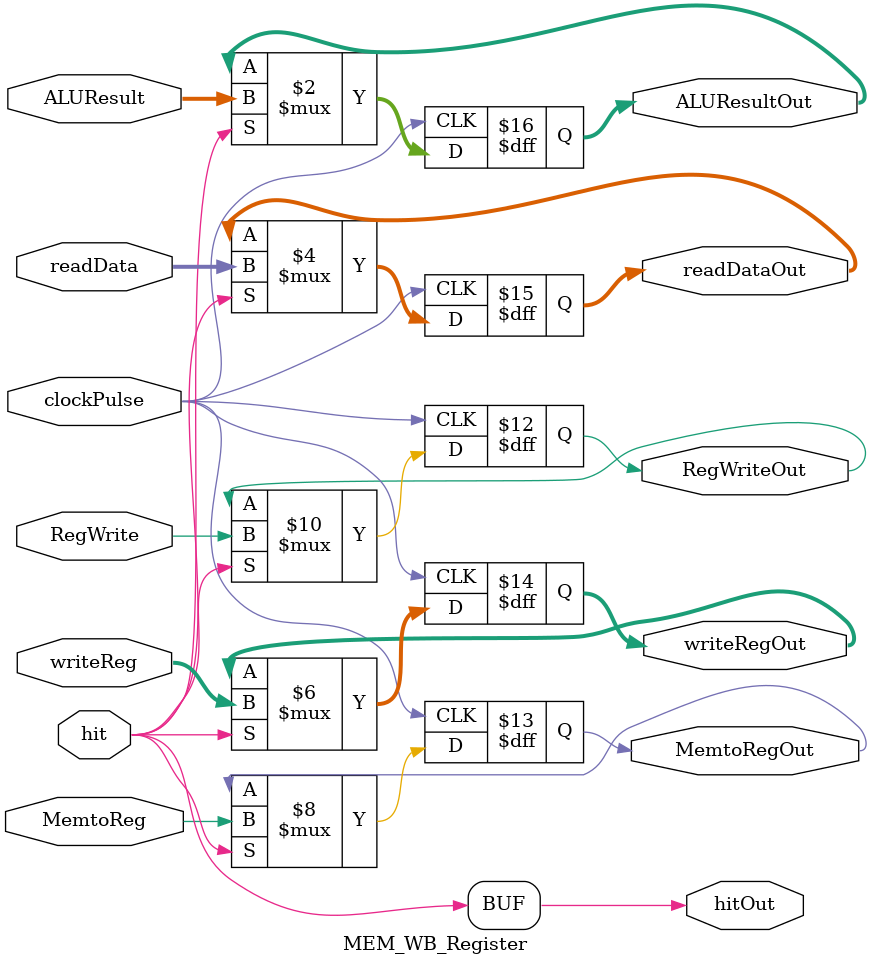
<source format=v>
`timescale 1ns / 1ps

module MEM_WB_Register(clockPulse, hit, readData, ALUResult, writeReg, RegWrite, MemtoReg,hitOut, readDataOut,
							  ALUResultOut, writeRegOut, RegWriteOut,MemtoRegOut);


	input clockPulse;
	input hit;
	input RegWrite;
	input MemtoReg;
	input [4:0] writeReg;
	input [31:0]readData;
	input [31:0]ALUResult;
	
	output     hitOut ;
	output reg RegWriteOut;
	output reg MemtoRegOut;
	output reg [4:0]  writeRegOut;
	output reg [31:0] readDataOut;
	output reg [31:0] ALUResultOut;
	
	assign hitOut = hit;
	
	always @(negedge clockPulse)
		begin
			if(hit) 
				begin 
					MemtoRegOut  <= MemtoReg;
					RegWriteOut  <= RegWrite;
					writeRegOut  <= writeReg;
					readDataOut  <= readData;
					ALUResultOut <= ALUResult;		
				end
		end

endmodule

</source>
